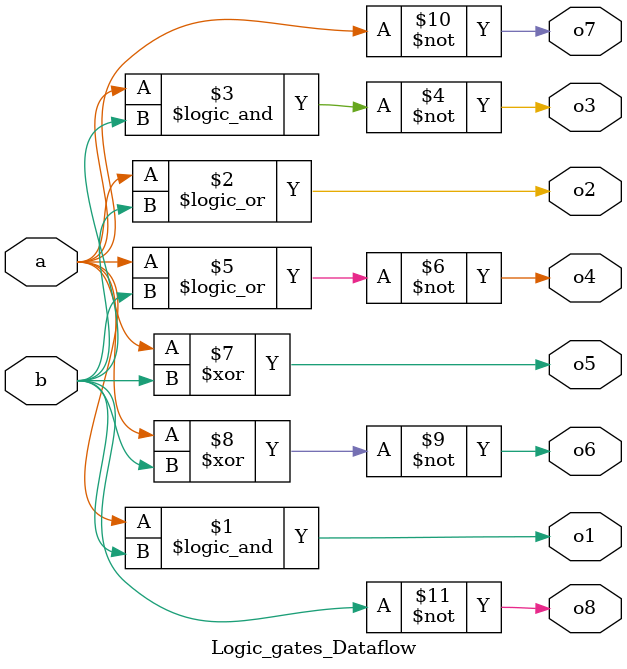
<source format=v>
`timescale 1ns / 1ps

module Logic_gates_Dataflow(a,b,o1,o2,o3,o4,o5,o6,o7,o8);
input a,b;
output o1,o2,o3,o4,o5,o6,o7,o8;
assign o1=a&&b;
assign o2=a||b;
assign o3=~(a&&b);
assign o4=~(a||b);
assign o5=a^b;
assign o6=~(a^b);
assign o7=~a;
assign o8=~b;
endmodule

</source>
